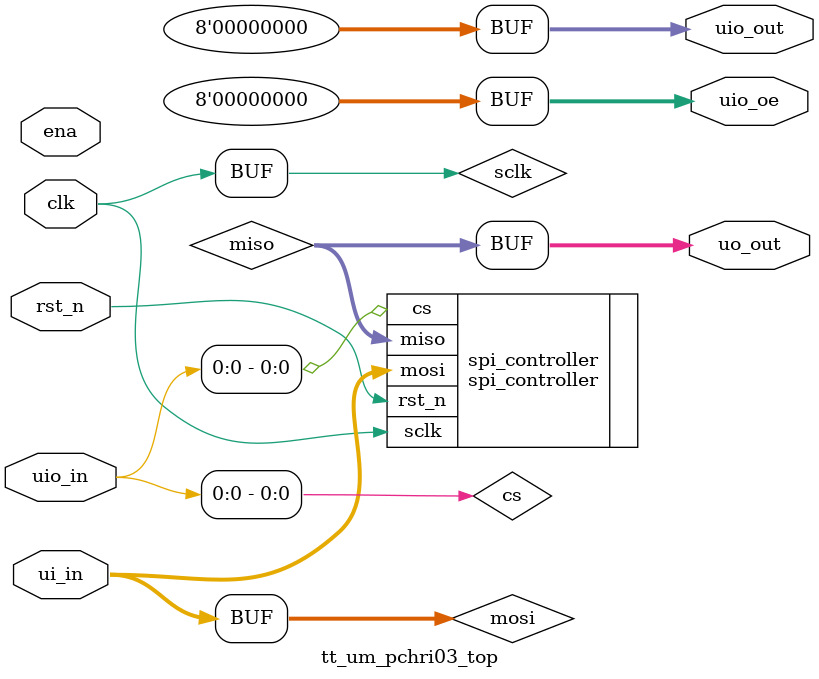
<source format=v>
`default_nettype none
`timescale 1ns/1ns

module tt_um_pchri03_top
    (
        input wire clk,                  //! Clock
        input wire rst_n,                //! Reset
        input wire ena,                  //! Enable

        input wire [7:0] ui_in,          //! Input ports

        output wire [7:0] uo_out,        //! Output ports

        input wire [7:0] uio_in,         //! In/Out ports (In)
        output wire [7:0] uio_out,       //! In/Out ports (Out)
        output wire [7:0] uio_oe         //! In/Out ports (Output enable)
    );

    wire sclk;
    wire cs;
    wire [7:0] mosi;
    wire [7:0] miso;

    assign sclk = clk;
    assign cs = uio_in[0];
    assign mosi = ui_in;
    assign miso = uo_out;
    assign uio_oe = 8'b00000000;
    assign uio_out = 8'b00000000;
    
    spi_controller spi_controller(
        .rst_n(rst_n),

        .sclk(sclk),
        .cs(cs),
        .mosi(mosi),
        .miso(miso)
    );

endmodule

</source>
